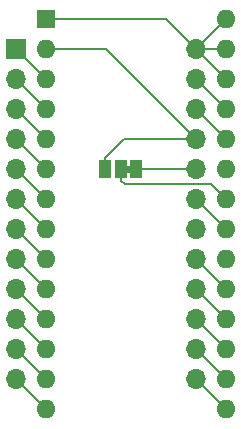
<source format=gbr>
%TF.GenerationSoftware,KiCad,Pcbnew,8.0.3*%
%TF.CreationDate,2024-06-13T03:25:15-07:00*%
%TF.ProjectId,rom adapter,726f6d20-6164-4617-9074-65722e6b6963,rev?*%
%TF.SameCoordinates,Original*%
%TF.FileFunction,Copper,L2,Bot*%
%TF.FilePolarity,Positive*%
%FSLAX46Y46*%
G04 Gerber Fmt 4.6, Leading zero omitted, Abs format (unit mm)*
G04 Created by KiCad (PCBNEW 8.0.3) date 2024-06-13 03:25:15*
%MOMM*%
%LPD*%
G01*
G04 APERTURE LIST*
%TA.AperFunction,EtchedComponent*%
%ADD10C,0.000000*%
%TD*%
%TA.AperFunction,ComponentPad*%
%ADD11R,1.600000X1.600000*%
%TD*%
%TA.AperFunction,ComponentPad*%
%ADD12O,1.600000X1.600000*%
%TD*%
%TA.AperFunction,ComponentPad*%
%ADD13R,1.700000X1.700000*%
%TD*%
%TA.AperFunction,ComponentPad*%
%ADD14O,1.700000X1.700000*%
%TD*%
%TA.AperFunction,SMDPad,CuDef*%
%ADD15R,1.000000X1.500000*%
%TD*%
%TA.AperFunction,Conductor*%
%ADD16C,0.200000*%
%TD*%
G04 APERTURE END LIST*
D10*
%TA.AperFunction,EtchedComponent*%
%TO.C,JP1*%
G36*
X134250000Y-86660000D02*
G01*
X133750000Y-86660000D01*
X133750000Y-86060000D01*
X134250000Y-86060000D01*
X134250000Y-86660000D01*
G37*
%TD.AperFunction*%
%TD*%
D11*
%TO.P,U1,1,VPP*%
%TO.N,+5V*%
X127000000Y-73660000D03*
D12*
%TO.P,U1,2,A12*%
%TO.N,Net-(JP1-B)*%
X127000000Y-76200000D03*
%TO.P,U1,3,A7*%
%TO.N,Net-(U1-A7)*%
X127000000Y-78740000D03*
%TO.P,U1,4,A6*%
%TO.N,Net-(U1-A6)*%
X127000000Y-81280000D03*
%TO.P,U1,5,A5*%
%TO.N,Net-(U1-A5)*%
X127000000Y-83820000D03*
%TO.P,U1,6,A4*%
%TO.N,Net-(U1-A4)*%
X127000000Y-86360000D03*
%TO.P,U1,7,A3*%
%TO.N,Net-(U1-A3)*%
X127000000Y-88900000D03*
%TO.P,U1,8,A2*%
%TO.N,Net-(U1-A2)*%
X127000000Y-91440000D03*
%TO.P,U1,9,A1*%
%TO.N,Net-(U1-A1)*%
X127000000Y-93980000D03*
%TO.P,U1,10,A0*%
%TO.N,Net-(U1-A0)*%
X127000000Y-96520000D03*
%TO.P,U1,11,D0*%
%TO.N,Net-(U1-D0)*%
X127000000Y-99060000D03*
%TO.P,U1,12,D1*%
%TO.N,Net-(U1-D1)*%
X127000000Y-101600000D03*
%TO.P,U1,13,D2*%
%TO.N,Net-(U1-D2)*%
X127000000Y-104140000D03*
%TO.P,U1,14,GND*%
%TO.N,GND*%
X127000000Y-106680000D03*
%TO.P,U1,15,D3*%
%TO.N,Net-(U1-D3)*%
X142240000Y-106680000D03*
%TO.P,U1,16,D4*%
%TO.N,Net-(U1-D4)*%
X142240000Y-104140000D03*
%TO.P,U1,17,D5*%
%TO.N,Net-(U1-D5)*%
X142240000Y-101600000D03*
%TO.P,U1,18,D6*%
%TO.N,Net-(U1-D6)*%
X142240000Y-99060000D03*
%TO.P,U1,19,D7*%
%TO.N,Net-(U1-D7)*%
X142240000Y-96520000D03*
%TO.P,U1,20,~{CE}*%
%TO.N,Net-(JP1-A)*%
X142240000Y-93980000D03*
%TO.P,U1,21,A10*%
%TO.N,Net-(U1-A10)*%
X142240000Y-91440000D03*
%TO.P,U1,22,~{OE}*%
%TO.N,Net-(JP1-C)*%
X142240000Y-88900000D03*
%TO.P,U1,23,A11*%
%TO.N,Net-(U1-A11)*%
X142240000Y-86360000D03*
%TO.P,U1,24,A9*%
%TO.N,Net-(U1-A9)*%
X142240000Y-83820000D03*
%TO.P,U1,25,A8*%
%TO.N,Net-(U1-A8)*%
X142240000Y-81280000D03*
%TO.P,U1,26,NC*%
%TO.N,+5V*%
X142240000Y-78740000D03*
%TO.P,U1,27,~{PGM}*%
X142240000Y-76200000D03*
%TO.P,U1,28,VCC*%
X142240000Y-73660000D03*
%TD*%
D13*
%TO.P,U2,1,A7*%
%TO.N,Net-(U1-A7)*%
X124460000Y-76200000D03*
D14*
%TO.P,U2,2,A6*%
%TO.N,Net-(U1-A6)*%
X124460000Y-78740000D03*
%TO.P,U2,3,A5*%
%TO.N,Net-(U1-A5)*%
X124460000Y-81280000D03*
%TO.P,U2,4,A4*%
%TO.N,Net-(U1-A4)*%
X124460000Y-83820000D03*
%TO.P,U2,5,A3*%
%TO.N,Net-(U1-A3)*%
X124460000Y-86360000D03*
%TO.P,U2,6,A2*%
%TO.N,Net-(U1-A2)*%
X124460000Y-88900000D03*
%TO.P,U2,7,A1*%
%TO.N,Net-(U1-A1)*%
X124460000Y-91440000D03*
%TO.P,U2,8,A0*%
%TO.N,Net-(U1-A0)*%
X124460000Y-93980000D03*
%TO.P,U2,9,D0*%
%TO.N,Net-(U1-D0)*%
X124460000Y-96520000D03*
%TO.P,U2,10,D1*%
%TO.N,Net-(U1-D1)*%
X124460000Y-99060000D03*
%TO.P,U2,11,D2*%
%TO.N,Net-(U1-D2)*%
X124460000Y-101600000D03*
%TO.P,U2,12,GND*%
%TO.N,GND*%
X124460000Y-104140000D03*
%TO.P,U2,13,D3*%
%TO.N,Net-(U1-D3)*%
X139700000Y-104140000D03*
%TO.P,U2,14,D4*%
%TO.N,Net-(U1-D4)*%
X139700000Y-101600000D03*
%TO.P,U2,15,D5*%
%TO.N,Net-(U1-D5)*%
X139700000Y-99060000D03*
%TO.P,U2,16,D6*%
%TO.N,Net-(U1-D6)*%
X139700000Y-96520000D03*
%TO.P,U2,17,D7*%
%TO.N,Net-(U1-D7)*%
X139700000Y-93980000D03*
%TO.P,U2,18,A11*%
%TO.N,Net-(U1-A11)*%
X139700000Y-91440000D03*
%TO.P,U2,19,A10*%
%TO.N,Net-(U1-A10)*%
X139700000Y-88900000D03*
%TO.P,U2,20,~{CS_1}*%
%TO.N,Net-(JP1-A)*%
X139700000Y-86360000D03*
%TO.P,U2,21,A12*%
%TO.N,Net-(JP1-B)*%
X139700000Y-83820000D03*
%TO.P,U2,22,A9*%
%TO.N,Net-(U1-A9)*%
X139700000Y-81280000D03*
%TO.P,U2,23,A8*%
%TO.N,Net-(U1-A8)*%
X139700000Y-78740000D03*
%TO.P,U2,24,VCC*%
%TO.N,+5V*%
X139700000Y-76200000D03*
%TD*%
D15*
%TO.P,JP1,1,A*%
%TO.N,Net-(JP1-A)*%
X134650000Y-86360000D03*
%TO.P,JP1,2,C*%
%TO.N,Net-(JP1-C)*%
X133350000Y-86360000D03*
%TO.P,JP1,3,B*%
%TO.N,Net-(JP1-B)*%
X132050000Y-86360000D03*
%TD*%
D16*
%TO.N,Net-(JP1-A)*%
X139700000Y-86360000D02*
X134650000Y-86360000D01*
%TO.N,Net-(JP1-B)*%
X132050000Y-86360000D02*
X132050000Y-85410000D01*
X127000000Y-76200000D02*
X132080000Y-76200000D01*
X132080000Y-76200000D02*
X139700000Y-83820000D01*
X133640000Y-83820000D02*
X139700000Y-83820000D01*
X132050000Y-85410000D02*
X133640000Y-83820000D01*
%TO.N,Net-(JP1-C)*%
X140970000Y-87630000D02*
X142240000Y-88900000D01*
X133670000Y-87630000D02*
X140970000Y-87630000D01*
X133350000Y-87310000D02*
X133670000Y-87630000D01*
X133350000Y-86360000D02*
X133350000Y-87310000D01*
%TO.N,Net-(U1-A4)*%
X127000000Y-86360000D02*
X124460000Y-83820000D01*
%TO.N,Net-(U1-A2)*%
X127000000Y-91440000D02*
X124460000Y-88900000D01*
%TO.N,Net-(U1-D6)*%
X139700000Y-96520000D02*
X142240000Y-99060000D01*
%TO.N,Net-(U1-D7)*%
X139700000Y-93980000D02*
X142240000Y-96520000D01*
%TO.N,Net-(U1-A5)*%
X127000000Y-83820000D02*
X124460000Y-81280000D01*
%TO.N,Net-(U1-D3)*%
X139700000Y-104140000D02*
X142240000Y-106680000D01*
%TO.N,Net-(U1-A0)*%
X127000000Y-96520000D02*
X124460000Y-93980000D01*
%TO.N,+5V*%
X139700000Y-76200000D02*
X142240000Y-78740000D01*
X139700000Y-76200000D02*
X142240000Y-76200000D01*
X137160000Y-73660000D02*
X127000000Y-73660000D01*
X139700000Y-76200000D02*
X137160000Y-73660000D01*
X139700000Y-76200000D02*
X142240000Y-73660000D01*
%TO.N,Net-(U1-A1)*%
X127000000Y-93980000D02*
X124460000Y-91440000D01*
%TO.N,Net-(U1-D5)*%
X139700000Y-99060000D02*
X142240000Y-101600000D01*
%TO.N,Net-(U1-A6)*%
X127000000Y-81280000D02*
X124460000Y-78740000D01*
%TO.N,Net-(U1-D1)*%
X127000000Y-101600000D02*
X124460000Y-99060000D01*
%TO.N,Net-(U1-A3)*%
X127000000Y-88900000D02*
X124460000Y-86360000D01*
%TO.N,GND*%
X127000000Y-106680000D02*
X124460000Y-104140000D01*
%TO.N,Net-(U1-A8)*%
X139700000Y-78740000D02*
X142240000Y-81280000D01*
%TO.N,Net-(U1-A7)*%
X127000000Y-78740000D02*
X124460000Y-76200000D01*
%TO.N,Net-(U1-D4)*%
X139700000Y-101600000D02*
X142240000Y-104140000D01*
%TO.N,Net-(U1-D2)*%
X127000000Y-104140000D02*
X124460000Y-101600000D01*
%TO.N,Net-(U1-A10)*%
X139700000Y-88900000D02*
X142240000Y-91440000D01*
%TO.N,Net-(U1-D0)*%
X127000000Y-99060000D02*
X124460000Y-96520000D01*
%TO.N,Net-(U1-A9)*%
X139700000Y-81280000D02*
X142240000Y-83820000D01*
%TD*%
M02*

</source>
